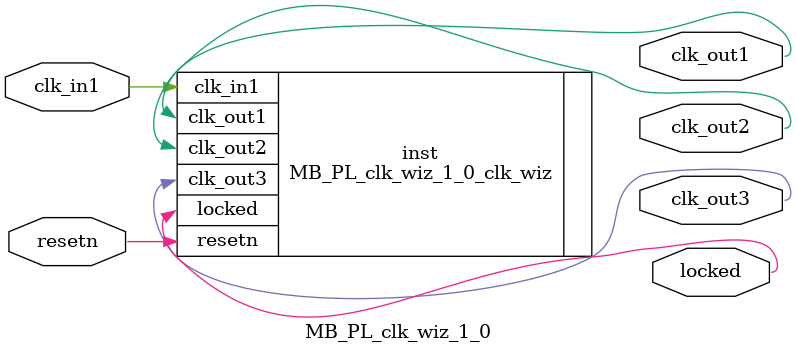
<source format=v>


`timescale 1ps/1ps

(* CORE_GENERATION_INFO = "MB_PL_clk_wiz_1_0,clk_wiz_v5_4_3_0,{component_name=MB_PL_clk_wiz_1_0,use_phase_alignment=true,use_min_o_jitter=false,use_max_i_jitter=false,use_dyn_phase_shift=false,use_inclk_switchover=false,use_dyn_reconfig=false,enable_axi=0,feedback_source=FDBK_AUTO,PRIMITIVE=MMCM,num_out_clk=3,clkin1_period=10.000,clkin2_period=10.000,use_power_down=false,use_reset=true,use_locked=true,use_inclk_stopped=false,feedback_type=SINGLE,CLOCK_MGR_TYPE=NA,manual_override=false}" *)

module MB_PL_clk_wiz_1_0 
 (
  // Clock out ports
  output        clk_out1,
  output        clk_out2,
  output        clk_out3,
  // Status and control signals
  input         resetn,
  output        locked,
 // Clock in ports
  input         clk_in1
 );

  MB_PL_clk_wiz_1_0_clk_wiz inst
  (
  // Clock out ports  
  .clk_out1(clk_out1),
  .clk_out2(clk_out2),
  .clk_out3(clk_out3),
  // Status and control signals               
  .resetn(resetn), 
  .locked(locked),
 // Clock in ports
  .clk_in1(clk_in1)
  );

endmodule

</source>
